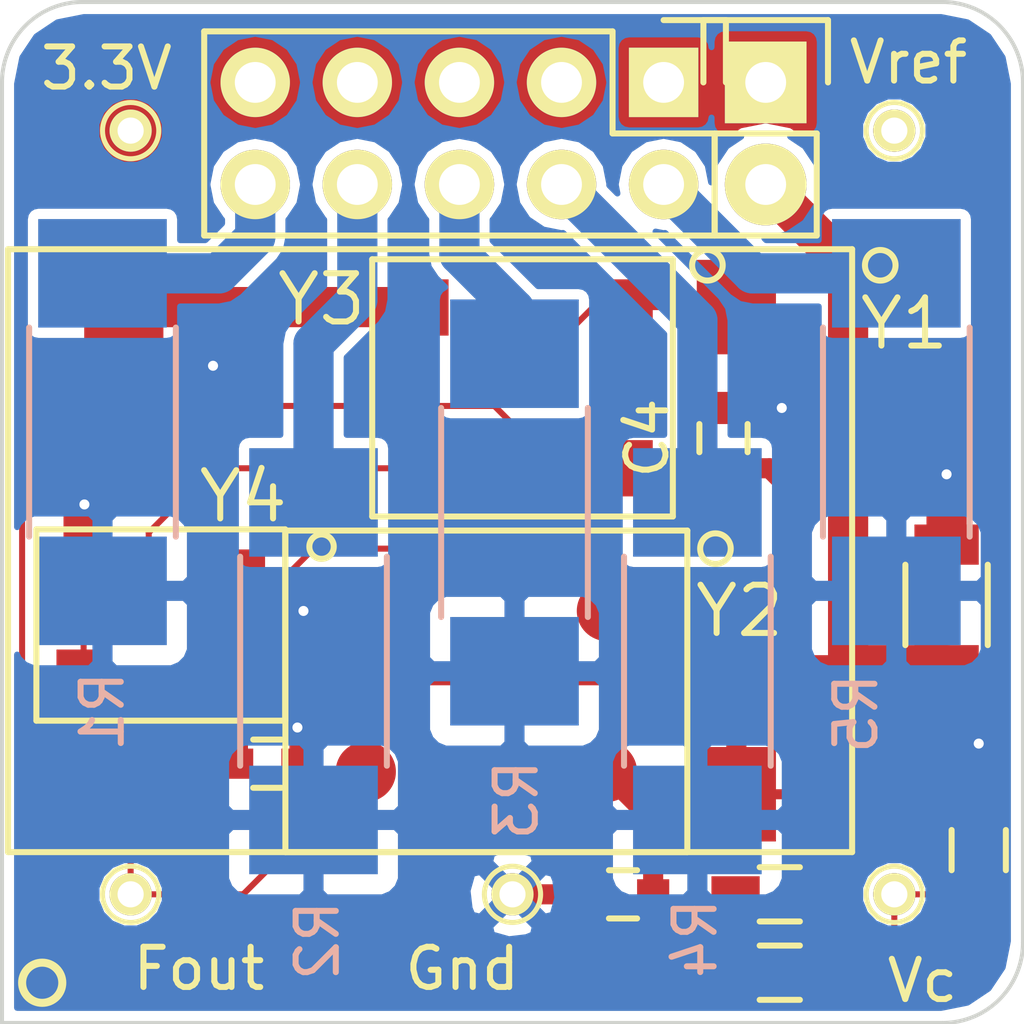
<source format=kicad_pcb>
(kicad_pcb (version 4) (host pcbnew 4.0.2-stable)

  (general
    (links 45)
    (no_connects 0)
    (area 99.924999 74.549999 126.725 101.05)
    (thickness 1.6)
    (drawings 13)
    (tracks 98)
    (zones 0)
    (modules 23)
    (nets 13)
  )

  (page A4)
  (layers
    (0 F.Cu signal)
    (31 B.Cu signal)
    (32 B.Adhes user hide)
    (33 F.Adhes user)
    (34 B.Paste user hide)
    (35 F.Paste user)
    (36 B.SilkS user hide)
    (37 F.SilkS user)
    (38 B.Mask user hide)
    (39 F.Mask user)
    (40 Dwgs.User user)
    (41 Cmts.User user)
    (42 Eco1.User user)
    (43 Eco2.User user)
    (44 Edge.Cuts user)
    (45 Margin user)
    (46 B.CrtYd user hide)
    (47 F.CrtYd user)
    (48 B.Fab user hide)
    (49 F.Fab user)
  )

  (setup
    (last_trace_width 1)
    (user_trace_width 0.15)
    (user_trace_width 0.2)
    (user_trace_width 0.25)
    (user_trace_width 0.4)
    (user_trace_width 0.5)
    (user_trace_width 1)
    (user_trace_width 1.52)
    (trace_clearance 0.15)
    (zone_clearance 0.25)
    (zone_45_only no)
    (trace_min 0.15)
    (segment_width 0.2)
    (edge_width 0.1)
    (via_size 0.6)
    (via_drill 0.25)
    (via_min_size 0.6)
    (via_min_drill 0.25)
    (user_via 0.7 0.3)
    (user_via 0.8 0.4)
    (user_via 1.2 0.6)
    (uvia_size 0.3)
    (uvia_drill 0.1)
    (uvias_allowed no)
    (uvia_min_size 0.2)
    (uvia_min_drill 0.1)
    (pcb_text_width 0.3)
    (pcb_text_size 1.5 1.5)
    (mod_edge_width 0.15)
    (mod_text_size 1 1)
    (mod_text_width 0.15)
    (pad_size 1.05 1.05)
    (pad_drill 0.65)
    (pad_to_mask_clearance 0)
    (aux_axis_origin 100 100)
    (visible_elements FFFFFF7F)
    (pcbplotparams
      (layerselection 0x00030_80000001)
      (usegerberextensions false)
      (excludeedgelayer true)
      (linewidth 0.100000)
      (plotframeref false)
      (viasonmask false)
      (mode 1)
      (useauxorigin false)
      (hpglpennumber 1)
      (hpglpenspeed 20)
      (hpglpendiameter 15)
      (hpglpenoverlay 2)
      (psnegative false)
      (psa4output false)
      (plotreference true)
      (plotvalue true)
      (plotinvisibletext false)
      (padsonsilk false)
      (subtractmaskfromsilk false)
      (outputformat 1)
      (mirror false)
      (drillshape 1)
      (scaleselection 1)
      (outputdirectory ""))
  )

  (net 0 "")
  (net 1 /Vdd)
  (net 2 /GND)
  (net 3 /V3P3)
  (net 4 /Fout)
  (net 5 "Net-(P3-Pad1)")
  (net 6 "Net-(P4-Pad1)")
  (net 7 "Net-(P6-Pad2)")
  (net 8 "Net-(P6-Pad4)")
  (net 9 "Net-(P6-Pad6)")
  (net 10 "Net-(P6-Pad8)")
  (net 11 "Net-(P6-Pad10)")
  (net 12 /Vc)

  (net_class Default "This is the default net class."
    (clearance 0.15)
    (trace_width 0.15)
    (via_dia 0.6)
    (via_drill 0.25)
    (uvia_dia 0.3)
    (uvia_drill 0.1)
    (add_net /Fout)
    (add_net /GND)
    (add_net /V3P3)
    (add_net /Vc)
    (add_net /Vdd)
    (add_net "Net-(P3-Pad1)")
    (add_net "Net-(P4-Pad1)")
    (add_net "Net-(P6-Pad10)")
    (add_net "Net-(P6-Pad2)")
    (add_net "Net-(P6-Pad4)")
    (add_net "Net-(P6-Pad6)")
    (add_net "Net-(P6-Pad8)")
  )

  (module Pin_Headers:Pin_Header_Straight_1x02 locked (layer F.Cu) (tedit 57151505) (tstamp 56E81BED)
    (at 119 76.6)
    (descr "Through hole pin header")
    (tags "pin header")
    (path /557F292B)
    (fp_text reference JP1 (at 3.15 3.4 90) (layer F.SilkS) hide
      (effects (font (size 1 1) (thickness 0.1)))
    )
    (fp_text value JUMPER (at 0.1 1.45 90) (layer F.Fab) hide
      (effects (font (size 1 1) (thickness 0.15)))
    )
    (fp_line (start 1.27 1.27) (end 1.27 3.81) (layer F.SilkS) (width 0.15))
    (fp_line (start 1.55 -1.55) (end 1.55 0) (layer F.SilkS) (width 0.15))
    (fp_line (start -1.75 -1.75) (end -1.75 4.3) (layer F.CrtYd) (width 0.05))
    (fp_line (start 1.75 -1.75) (end 1.75 4.3) (layer F.CrtYd) (width 0.05))
    (fp_line (start -1.75 -1.75) (end 1.75 -1.75) (layer F.CrtYd) (width 0.05))
    (fp_line (start -1.75 4.3) (end 1.75 4.3) (layer F.CrtYd) (width 0.05))
    (fp_line (start 1.27 1.27) (end -1.27 1.27) (layer F.SilkS) (width 0.15))
    (fp_line (start -1.55 0) (end -1.55 -1.55) (layer F.SilkS) (width 0.15))
    (fp_line (start -1.55 -1.55) (end 1.55 -1.55) (layer F.SilkS) (width 0.15))
    (fp_line (start -1.27 1.27) (end -1.27 3.81) (layer F.SilkS) (width 0.15))
    (fp_line (start -1.27 3.81) (end 1.27 3.81) (layer F.SilkS) (width 0.15))
    (pad 1 thru_hole rect (at 0 0) (size 2.032 2.032) (drill 1.016) (layers *.Cu *.Mask F.SilkS)
      (net 3 /V3P3))
    (pad 2 thru_hole oval (at 0 2.54) (size 2.032 2.032) (drill 1.016) (layers *.Cu *.Mask F.SilkS)
      (net 1 /Vdd))
    (model Pin_Headers.3dshapes/Pin_Header_Straight_1x02.wrl
      (at (xyz 0 -0.05 0))
      (scale (xyz 1 1 1))
      (rotate (xyz 0 0 90))
    )
  )

  (module Pin_Headers:Pin_Header_Straight_2x05 locked (layer F.Cu) (tedit 57151515) (tstamp 56E81C14)
    (at 116.46 76.6 270)
    (descr "Through hole pin header")
    (tags "pin header")
    (path /557EFB4D)
    (fp_text reference P6 (at 4.95 0.01 360) (layer F.SilkS) hide
      (effects (font (size 1 1) (thickness 0.1)))
    )
    (fp_text value CONN_5X2 (at 5.05 5.15 360) (layer F.Fab) hide
      (effects (font (size 1 1) (thickness 0.15)))
    )
    (fp_line (start -1.75 -1.75) (end -1.75 11.95) (layer F.CrtYd) (width 0.05))
    (fp_line (start 4.3 -1.75) (end 4.3 11.95) (layer F.CrtYd) (width 0.05))
    (fp_line (start -1.75 -1.75) (end 4.3 -1.75) (layer F.CrtYd) (width 0.05))
    (fp_line (start -1.75 11.95) (end 4.3 11.95) (layer F.CrtYd) (width 0.05))
    (fp_line (start 3.81 -1.27) (end 3.81 11.43) (layer F.SilkS) (width 0.15))
    (fp_line (start 3.81 11.43) (end -1.27 11.43) (layer F.SilkS) (width 0.15))
    (fp_line (start -1.27 11.43) (end -1.27 1.27) (layer F.SilkS) (width 0.15))
    (fp_line (start 3.81 -1.27) (end 1.27 -1.27) (layer F.SilkS) (width 0.15))
    (fp_line (start 0 -1.55) (end -1.55 -1.55) (layer F.SilkS) (width 0.15))
    (fp_line (start 1.27 -1.27) (end 1.27 1.27) (layer F.SilkS) (width 0.15))
    (fp_line (start 1.27 1.27) (end -1.27 1.27) (layer F.SilkS) (width 0.15))
    (fp_line (start -1.55 -1.55) (end -1.55 0) (layer F.SilkS) (width 0.15))
    (pad 1 thru_hole rect (at 0 0 270) (size 1.7272 1.7272) (drill 1.016) (layers *.Cu *.Mask F.SilkS)
      (net 3 /V3P3))
    (pad 2 thru_hole oval (at 2.54 0 270) (size 1.7272 1.7272) (drill 1.016) (layers *.Cu *.Mask F.SilkS)
      (net 7 "Net-(P6-Pad2)"))
    (pad 3 thru_hole oval (at 0 2.54 270) (size 1.7272 1.7272) (drill 1.016) (layers *.Cu *.Mask F.SilkS)
      (net 3 /V3P3))
    (pad 4 thru_hole oval (at 2.54 2.54 270) (size 1.7272 1.7272) (drill 1.016) (layers *.Cu *.Mask F.SilkS)
      (net 8 "Net-(P6-Pad4)"))
    (pad 5 thru_hole oval (at 0 5.08 270) (size 1.7272 1.7272) (drill 1.016) (layers *.Cu *.Mask F.SilkS)
      (net 3 /V3P3))
    (pad 6 thru_hole oval (at 2.54 5.08 270) (size 1.7272 1.7272) (drill 1.016) (layers *.Cu *.Mask F.SilkS)
      (net 9 "Net-(P6-Pad6)"))
    (pad 7 thru_hole oval (at 0 7.62 270) (size 1.7272 1.7272) (drill 1.016) (layers *.Cu *.Mask F.SilkS)
      (net 3 /V3P3))
    (pad 8 thru_hole oval (at 2.54 7.62 270) (size 1.7272 1.7272) (drill 1.016) (layers *.Cu *.Mask F.SilkS)
      (net 10 "Net-(P6-Pad8)"))
    (pad 9 thru_hole oval (at 0 10.16 270) (size 1.7272 1.7272) (drill 1.016) (layers *.Cu *.Mask F.SilkS)
      (net 3 /V3P3))
    (pad 10 thru_hole oval (at 2.54 10.16 270) (size 1.7272 1.7272) (drill 1.016) (layers *.Cu *.Mask F.SilkS)
      (net 11 "Net-(P6-Pad10)"))
    (model Pin_Headers.3dshapes/Pin_Header_Straight_2x05.wrl
      (at (xyz 0.05 -0.2 0))
      (scale (xyz 1 1 1))
      (rotate (xyz 0 0 90))
    )
  )

  (module Resistors_SMD:R_2512_HandSoldering (layer B.Cu) (tedit 56EBCC54) (tstamp 56E81C1A)
    (at 102.5 85.3 270)
    (descr "Resistor SMD 2512, hand soldering")
    (tags "resistor 2512")
    (path /557EFBA9)
    (attr smd)
    (fp_text reference R1 (at 6.95 0 270) (layer B.SilkS)
      (effects (font (size 1 1) (thickness 0.15)) (justify mirror))
    )
    (fp_text value 10 (at 0 -3.1 270) (layer B.Fab) hide
      (effects (font (size 1 1) (thickness 0.15)) (justify mirror))
    )
    (fp_line (start -5.6 1.95) (end 5.6 1.95) (layer B.CrtYd) (width 0.05))
    (fp_line (start -5.6 -1.95) (end 5.6 -1.95) (layer B.CrtYd) (width 0.05))
    (fp_line (start -5.6 1.95) (end -5.6 -1.95) (layer B.CrtYd) (width 0.05))
    (fp_line (start 5.6 1.95) (end 5.6 -1.95) (layer B.CrtYd) (width 0.05))
    (fp_line (start 2.6 -1.825) (end -2.6 -1.825) (layer B.SilkS) (width 0.15))
    (fp_line (start -2.6 1.825) (end 2.6 1.825) (layer B.SilkS) (width 0.15))
    (pad 1 smd rect (at -3.95 0 270) (size 2.7 3.2) (layers B.Cu B.Paste B.Mask)
      (net 11 "Net-(P6-Pad10)"))
    (pad 2 smd rect (at 3.95 0 270) (size 2.7 3.2) (layers B.Cu B.Paste B.Mask)
      (net 2 /GND))
    (model Resistors_SMD.3dshapes/R_2512_HandSoldering.wrl
      (at (xyz 0 0 0))
      (scale (xyz 1 1 1))
      (rotate (xyz 0 0 0))
    )
  )

  (module Resistors_SMD:R_2512_HandSoldering (layer B.Cu) (tedit 56EBCC59) (tstamp 56E81C20)
    (at 107.75 91 270)
    (descr "Resistor SMD 2512, hand soldering")
    (tags "resistor 2512")
    (path /557EFC54)
    (attr smd)
    (fp_text reference R2 (at 6.95 -0.1 270) (layer B.SilkS)
      (effects (font (size 1 1) (thickness 0.15)) (justify mirror))
    )
    (fp_text value 10 (at 0 -3.1 270) (layer B.Fab) hide
      (effects (font (size 1 1) (thickness 0.15)) (justify mirror))
    )
    (fp_line (start -5.6 1.95) (end 5.6 1.95) (layer B.CrtYd) (width 0.05))
    (fp_line (start -5.6 -1.95) (end 5.6 -1.95) (layer B.CrtYd) (width 0.05))
    (fp_line (start -5.6 1.95) (end -5.6 -1.95) (layer B.CrtYd) (width 0.05))
    (fp_line (start 5.6 1.95) (end 5.6 -1.95) (layer B.CrtYd) (width 0.05))
    (fp_line (start 2.6 -1.825) (end -2.6 -1.825) (layer B.SilkS) (width 0.15))
    (fp_line (start -2.6 1.825) (end 2.6 1.825) (layer B.SilkS) (width 0.15))
    (pad 1 smd rect (at -3.95 0 270) (size 2.7 3.2) (layers B.Cu B.Paste B.Mask)
      (net 10 "Net-(P6-Pad8)"))
    (pad 2 smd rect (at 3.95 0 270) (size 2.7 3.2) (layers B.Cu B.Paste B.Mask)
      (net 2 /GND))
    (model Resistors_SMD.3dshapes/R_2512_HandSoldering.wrl
      (at (xyz 0 0 0))
      (scale (xyz 1 1 1))
      (rotate (xyz 0 0 0))
    )
  )

  (module Resistors_SMD:R_2512_HandSoldering (layer B.Cu) (tedit 56EBCC60) (tstamp 56E81C26)
    (at 112.75 87.3 270)
    (descr "Resistor SMD 2512, hand soldering")
    (tags "resistor 2512")
    (path /557EFCC8)
    (attr smd)
    (fp_text reference R3 (at 7.15 -0.05 270) (layer B.SilkS)
      (effects (font (size 1 1) (thickness 0.15)) (justify mirror))
    )
    (fp_text value 10 (at 0 -3.1 270) (layer B.Fab) hide
      (effects (font (size 1 1) (thickness 0.15)) (justify mirror))
    )
    (fp_line (start -5.6 1.95) (end 5.6 1.95) (layer B.CrtYd) (width 0.05))
    (fp_line (start -5.6 -1.95) (end 5.6 -1.95) (layer B.CrtYd) (width 0.05))
    (fp_line (start -5.6 1.95) (end -5.6 -1.95) (layer B.CrtYd) (width 0.05))
    (fp_line (start 5.6 1.95) (end 5.6 -1.95) (layer B.CrtYd) (width 0.05))
    (fp_line (start 2.6 -1.825) (end -2.6 -1.825) (layer B.SilkS) (width 0.15))
    (fp_line (start -2.6 1.825) (end 2.6 1.825) (layer B.SilkS) (width 0.15))
    (pad 1 smd rect (at -3.95 0 270) (size 2.7 3.2) (layers B.Cu B.Paste B.Mask)
      (net 9 "Net-(P6-Pad6)"))
    (pad 2 smd rect (at 3.95 0 270) (size 2.7 3.2) (layers B.Cu B.Paste B.Mask)
      (net 2 /GND))
    (model Resistors_SMD.3dshapes/R_2512_HandSoldering.wrl
      (at (xyz 0 0 0))
      (scale (xyz 1 1 1))
      (rotate (xyz 0 0 0))
    )
  )

  (module Resistors_SMD:R_2512_HandSoldering (layer B.Cu) (tedit 56EBCCBE) (tstamp 56E81C2C)
    (at 117.3 91 270)
    (descr "Resistor SMD 2512, hand soldering")
    (tags "resistor 2512")
    (path /557EFD0B)
    (attr smd)
    (fp_text reference R4 (at 6.9 0.05 270) (layer B.SilkS)
      (effects (font (size 1 1) (thickness 0.15)) (justify mirror))
    )
    (fp_text value 10 (at 0 -3.1 270) (layer B.Fab) hide
      (effects (font (size 1 1) (thickness 0.15)) (justify mirror))
    )
    (fp_line (start -5.6 1.95) (end 5.6 1.95) (layer B.CrtYd) (width 0.05))
    (fp_line (start -5.6 -1.95) (end 5.6 -1.95) (layer B.CrtYd) (width 0.05))
    (fp_line (start -5.6 1.95) (end -5.6 -1.95) (layer B.CrtYd) (width 0.05))
    (fp_line (start 5.6 1.95) (end 5.6 -1.95) (layer B.CrtYd) (width 0.05))
    (fp_line (start 2.6 -1.825) (end -2.6 -1.825) (layer B.SilkS) (width 0.15))
    (fp_line (start -2.6 1.825) (end 2.6 1.825) (layer B.SilkS) (width 0.15))
    (pad 1 smd rect (at -3.95 0 270) (size 2.7 3.2) (layers B.Cu B.Paste B.Mask)
      (net 8 "Net-(P6-Pad4)"))
    (pad 2 smd rect (at 3.95 0 270) (size 2.7 3.2) (layers B.Cu B.Paste B.Mask)
      (net 2 /GND))
    (model Resistors_SMD.3dshapes/R_2512_HandSoldering.wrl
      (at (xyz 0 0 0))
      (scale (xyz 1 1 1))
      (rotate (xyz 0 0 0))
    )
  )

  (module Resistors_SMD:R_2512_HandSoldering (layer B.Cu) (tedit 56EBCCBA) (tstamp 56E81C32)
    (at 122.25 85.3 270)
    (descr "Resistor SMD 2512, hand soldering")
    (tags "resistor 2512")
    (path /557EFD39)
    (attr smd)
    (fp_text reference R5 (at 7 1 270) (layer B.SilkS)
      (effects (font (size 1 1) (thickness 0.15)) (justify mirror))
    )
    (fp_text value 10 (at 0 -3.1 270) (layer B.Fab) hide
      (effects (font (size 1 1) (thickness 0.15)) (justify mirror))
    )
    (fp_line (start -5.6 1.95) (end 5.6 1.95) (layer B.CrtYd) (width 0.05))
    (fp_line (start -5.6 -1.95) (end 5.6 -1.95) (layer B.CrtYd) (width 0.05))
    (fp_line (start -5.6 1.95) (end -5.6 -1.95) (layer B.CrtYd) (width 0.05))
    (fp_line (start 5.6 1.95) (end 5.6 -1.95) (layer B.CrtYd) (width 0.05))
    (fp_line (start 2.6 -1.825) (end -2.6 -1.825) (layer B.SilkS) (width 0.15))
    (fp_line (start -2.6 1.825) (end 2.6 1.825) (layer B.SilkS) (width 0.15))
    (pad 1 smd rect (at -3.95 0 270) (size 2.7 3.2) (layers B.Cu B.Paste B.Mask)
      (net 7 "Net-(P6-Pad2)"))
    (pad 2 smd rect (at 3.95 0 270) (size 2.7 3.2) (layers B.Cu B.Paste B.Mask)
      (net 2 /GND))
    (model Resistors_SMD.3dshapes/R_2512_HandSoldering.wrl
      (at (xyz 0 0 0))
      (scale (xyz 1 1 1))
      (rotate (xyz 0 0 0))
    )
  )

  (module Resistors_SMD:R_0603_HandSoldering (layer F.Cu) (tedit 57151586) (tstamp 56E81C38)
    (at 124.3 95.7 270)
    (descr "Resistor SMD 0603, hand soldering")
    (tags "resistor 0603")
    (path /56409E4E)
    (attr smd)
    (fp_text reference R6 (at -1.1 1.6 270) (layer F.SilkS) hide
      (effects (font (size 1 1) (thickness 0.1)))
    )
    (fp_text value 10k (at 0 1.9 270) (layer F.Fab) hide
      (effects (font (size 1 1) (thickness 0.15)))
    )
    (fp_line (start -2 -0.8) (end 2 -0.8) (layer F.CrtYd) (width 0.05))
    (fp_line (start -2 0.8) (end 2 0.8) (layer F.CrtYd) (width 0.05))
    (fp_line (start -2 -0.8) (end -2 0.8) (layer F.CrtYd) (width 0.05))
    (fp_line (start 2 -0.8) (end 2 0.8) (layer F.CrtYd) (width 0.05))
    (fp_line (start 0.5 0.675) (end -0.5 0.675) (layer F.SilkS) (width 0.15))
    (fp_line (start -0.5 -0.675) (end 0.5 -0.675) (layer F.SilkS) (width 0.15))
    (pad 1 smd rect (at -1.1 0 270) (size 1.2 0.9) (layers F.Cu F.Paste F.Mask)
      (net 2 /GND))
    (pad 2 smd rect (at 1.1 0 270) (size 1.2 0.9) (layers F.Cu F.Paste F.Mask)
      (net 5 "Net-(P3-Pad1)"))
    (model Resistors_SMD.3dshapes/R_0603_HandSoldering.wrl
      (at (xyz 0 0 0))
      (scale (xyz 1 1 1))
      (rotate (xyz 0 0 0))
    )
  )

  (module Resistors_SMD:R_0603_HandSoldering (layer F.Cu) (tedit 5715157A) (tstamp 56E81C3E)
    (at 119.35 96.8)
    (descr "Resistor SMD 0603, hand soldering")
    (tags "resistor 0603")
    (path /55F80C8B)
    (attr smd)
    (fp_text reference R7 (at -0.95 -1.45) (layer F.SilkS) hide
      (effects (font (size 1 1) (thickness 0.1)))
    )
    (fp_text value 10k (at 0 1.9) (layer F.Fab) hide
      (effects (font (size 1 1) (thickness 0.15)))
    )
    (fp_line (start -2 -0.8) (end 2 -0.8) (layer F.CrtYd) (width 0.05))
    (fp_line (start -2 0.8) (end 2 0.8) (layer F.CrtYd) (width 0.05))
    (fp_line (start -2 -0.8) (end -2 0.8) (layer F.CrtYd) (width 0.05))
    (fp_line (start 2 -0.8) (end 2 0.8) (layer F.CrtYd) (width 0.05))
    (fp_line (start 0.5 0.675) (end -0.5 0.675) (layer F.SilkS) (width 0.15))
    (fp_line (start -0.5 -0.675) (end 0.5 -0.675) (layer F.SilkS) (width 0.15))
    (pad 1 smd rect (at -1.1 0) (size 1.2 0.9) (layers F.Cu F.Paste F.Mask)
      (net 12 /Vc))
    (pad 2 smd rect (at 1.1 0) (size 1.2 0.9) (layers F.Cu F.Paste F.Mask)
      (net 1 /Vdd))
    (model Resistors_SMD.3dshapes/R_0603_HandSoldering.wrl
      (at (xyz 0 0 0))
      (scale (xyz 1 1 1))
      (rotate (xyz 0 0 0))
    )
  )

  (module Resistors_SMD:R_0603_HandSoldering (layer F.Cu) (tedit 57151582) (tstamp 56E81C44)
    (at 119.35 98.75 180)
    (descr "Resistor SMD 0603, hand soldering")
    (tags "resistor 0603")
    (path /56E0C2C0)
    (attr smd)
    (fp_text reference R8 (at 0.75 -1.4 180) (layer F.SilkS) hide
      (effects (font (size 1 1) (thickness 0.1)))
    )
    (fp_text value 0 (at 0 1.9 180) (layer F.Fab) hide
      (effects (font (size 1 1) (thickness 0.15)))
    )
    (fp_line (start -2 -0.8) (end 2 -0.8) (layer F.CrtYd) (width 0.05))
    (fp_line (start -2 0.8) (end 2 0.8) (layer F.CrtYd) (width 0.05))
    (fp_line (start -2 -0.8) (end -2 0.8) (layer F.CrtYd) (width 0.05))
    (fp_line (start 2 -0.8) (end 2 0.8) (layer F.CrtYd) (width 0.05))
    (fp_line (start 0.5 0.675) (end -0.5 0.675) (layer F.SilkS) (width 0.15))
    (fp_line (start -0.5 -0.675) (end 0.5 -0.675) (layer F.SilkS) (width 0.15))
    (pad 1 smd rect (at -1.1 0 180) (size 1.2 0.9) (layers F.Cu F.Paste F.Mask)
      (net 5 "Net-(P3-Pad1)"))
    (pad 2 smd rect (at 1.1 0 180) (size 1.2 0.9) (layers F.Cu F.Paste F.Mask)
      (net 12 /Vc))
    (model Resistors_SMD.3dshapes/R_0603_HandSoldering.wrl
      (at (xyz 0 0 0))
      (scale (xyz 1 1 1))
      (rotate (xyz 0 0 0))
    )
  )

  (module footprints:1pin locked (layer F.Cu) (tedit 571513DB) (tstamp 56E97523)
    (at 103.2 96.8)
    (descr "module 1 pin (ou trou mecanique de percage)")
    (tags DEV)
    (path /557EFAF6)
    (fp_text reference P1 (at 0 1.9) (layer F.SilkS) hide
      (effects (font (size 1 1) (thickness 0.1)))
    )
    (fp_text value CONN_1 (at 0 2.794) (layer F.Fab) hide
      (effects (font (size 1 1) (thickness 0.15)))
    )
    (fp_circle (center 0 0) (end 0 0.7) (layer F.SilkS) (width 0.125))
    (pad 1 thru_hole circle (at 0 0) (size 1.05 1.05) (drill 0.65) (layers *.Cu *.Mask F.SilkS)
      (net 4 /Fout))
  )

  (module footprints:1pin (layer F.Cu) (tedit 5715142F) (tstamp 56E97527)
    (at 112.7 96.8)
    (descr "module 1 pin (ou trou mecanique de percage)")
    (tags DEV)
    (path /557EFADA)
    (fp_text reference P2 (at -0.15 1.9) (layer F.SilkS) hide
      (effects (font (size 1 1) (thickness 0.1)))
    )
    (fp_text value CONN_1 (at 0 2.794) (layer F.Fab) hide
      (effects (font (size 1 1) (thickness 0.15)))
    )
    (fp_circle (center 0 0) (end 0 0.7) (layer F.SilkS) (width 0.125))
    (pad 1 thru_hole circle (at 0 0) (size 1.05 1.05) (drill 0.65) (layers *.Cu *.Mask F.SilkS)
      (net 2 /GND))
  )

  (module footprints:1pin locked (layer F.Cu) (tedit 57151451) (tstamp 56E9752B)
    (at 122.2 96.8)
    (descr "module 1 pin (ou trou mecanique de percage)")
    (tags DEV)
    (path /557EFB35)
    (fp_text reference P3 (at -1.25 0.05) (layer F.SilkS) hide
      (effects (font (size 1 1) (thickness 0.1)))
    )
    (fp_text value CONN_1 (at 0 2.794) (layer F.Fab) hide
      (effects (font (size 1 1) (thickness 0.15)))
    )
    (fp_circle (center 0 0) (end 0 0.7) (layer F.SilkS) (width 0.125))
    (pad 1 thru_hole circle (at 0 0) (size 1.05 1.05) (drill 0.65) (layers *.Cu *.Mask F.SilkS)
      (net 5 "Net-(P3-Pad1)"))
  )

  (module footprints:1pin locked (layer F.Cu) (tedit 571514F3) (tstamp 56E9752F)
    (at 122.2 77.8)
    (descr "module 1 pin (ou trou mecanique de percage)")
    (tags DEV)
    (path /5601594E)
    (fp_text reference P4 (at 0 -1.5) (layer F.SilkS) hide
      (effects (font (size 1 1) (thickness 0.1)))
    )
    (fp_text value CONN_1 (at 0 2.794) (layer F.Fab) hide
      (effects (font (size 1 1) (thickness 0.15)))
    )
    (fp_circle (center 0 0) (end 0 0.7) (layer F.SilkS) (width 0.125))
    (pad 1 thru_hole circle (at 0 0) (size 1.05 1.05) (drill 0.65) (layers *.Cu *.Mask F.SilkS)
      (net 6 "Net-(P4-Pad1)"))
  )

  (module footprints:1pin locked (layer F.Cu) (tedit 571515EE) (tstamp 56E97533)
    (at 103.2 77.8)
    (descr "module 1 pin (ou trou mecanique de percage)")
    (tags DEV)
    (path /557EF949)
    (fp_text reference P5 (at 0 -1.5) (layer F.SilkS) hide
      (effects (font (size 1 1) (thickness 0.1)))
    )
    (fp_text value CONN_1 (at 0 2.794) (layer F.Fab) hide
      (effects (font (size 1 1) (thickness 0.15)))
    )
    (fp_circle (center 0 0) (end 0 0.7) (layer F.SilkS) (width 0.125))
    (pad 1 thru_hole circle (at 0 0) (size 1.05 1.05) (drill 0.65) (layers *.Cu *.Mask F.SilkS)
      (net 3 /V3P3))
  )

  (module footprints:OSC5032 (layer F.Cu) (tedit 57151544) (tstamp 57028696)
    (at 103.95 90.1 180)
    (path /5700CE49)
    (fp_text reference Y4 (at -2.05 3.2 360) (layer F.SilkS)
      (effects (font (size 1.2 1.2) (thickness 0.15)))
    )
    (fp_text value M100 (at 0 0 180) (layer F.Fab)
      (effects (font (size 1.2 1.2) (thickness 0.15)))
    )
    (fp_circle (center -4 1.95) (end -3.7 2) (layer F.SilkS) (width 0.15))
    (fp_line (start -3.095 -2.38) (end -3.095 2.38) (layer F.SilkS) (width 0.15))
    (fp_line (start -3.095 2.38) (end 3.095 2.38) (layer F.SilkS) (width 0.15))
    (fp_line (start 3.095 2.38) (end 3.095 -2.38) (layer F.SilkS) (width 0.15))
    (fp_line (start 3.095 -2.38) (end -3.095 -2.38) (layer F.SilkS) (width 0.15))
    (pad 4 smd rect (at -1.92 -1.245 180) (size 1.35 1.27) (layers F.Cu F.Paste F.Mask)
      (net 1 /Vdd))
    (pad 1 smd rect (at -1.92 1.245 180) (size 1.35 1.27) (layers F.Cu F.Paste F.Mask)
      (net 12 /Vc))
    (pad 3 smd rect (at 1.92 -1.245 180) (size 1.35 1.27) (layers F.Cu F.Paste F.Mask)
      (net 4 /Fout))
    (pad 2 smd rect (at 1.92 1.245 180) (size 1.35 1.27) (layers F.Cu F.Paste F.Mask)
      (net 2 /GND))
  )

  (module footprints:OSC7050 (layer F.Cu) (tedit 57151521) (tstamp 570383A0)
    (at 112.95 84.2 180)
    (path /55F810F8)
    (fp_text reference Y3 (at 5 2.2 360) (layer F.SilkS)
      (effects (font (size 1.2 1.2) (thickness 0.15)))
    )
    (fp_text value AST3TQ-28 (at 0 0 180) (layer F.Fab)
      (effects (font (size 1.2 1.2) (thickness 0.15)))
    )
    (fp_circle (center -4.6 3.05) (end -4.25 3.2) (layer F.SilkS) (width 0.15))
    (fp_line (start -3.74 -3.2) (end -3.74 3.2) (layer F.SilkS) (width 0.15))
    (fp_line (start -3.74 3.2) (end 3.74 3.2) (layer F.SilkS) (width 0.15))
    (fp_line (start 3.74 3.2) (end 3.74 -3.2) (layer F.SilkS) (width 0.15))
    (fp_line (start 3.74 -3.2) (end -3.74 -3.2) (layer F.SilkS) (width 0.15))
    (pad 4 smd rect (at -2.54 -2 180) (size 1.4 1.4) (layers F.Cu F.Paste F.Mask)
      (net 1 /Vdd))
    (pad 1 smd rect (at -2.54 2 180) (size 1.4 1.4) (layers F.Cu F.Paste F.Mask)
      (net 12 /Vc))
    (pad 3 smd rect (at 2.54 -2 180) (size 1.4 1.4) (layers F.Cu F.Paste F.Mask)
      (net 4 /Fout))
    (pad 2 smd rect (at 2.54 2 180) (size 1.4 1.4) (layers F.Cu F.Paste F.Mask)
      (net 2 /GND))
  )

  (module footprints:OSC-ASOF3S3 (layer F.Cu) (tedit 5715155B) (tstamp 5711E846)
    (at 110.65 88.25 180)
    (path /55F810A1)
    (fp_text reference Y1 (at -11.8 5.65 360) (layer F.SilkS)
      (effects (font (size 1.2 1.2) (thickness 0.15)))
    )
    (fp_text value ASOF3S3 (at 0 0 180) (layer F.Fab)
      (effects (font (size 1.2 1.2) (thickness 0.15)))
    )
    (fp_circle (center -11.2 7.1) (end -10.85 7.25) (layer F.SilkS) (width 0.15))
    (fp_line (start -10.5 -7.5) (end -10.5 7.5) (layer F.SilkS) (width 0.15))
    (fp_line (start -10.5 7.5) (end 10.5 7.5) (layer F.SilkS) (width 0.15))
    (fp_line (start 10.5 7.5) (end 10.5 -7.5) (layer F.SilkS) (width 0.15))
    (fp_line (start 10.5 -7.5) (end -10.5 -7.5) (layer F.SilkS) (width 0.15))
    (pad 14 smd rect (at -7.62 -6.06 180) (size 1.97 2.35) (layers F.Cu F.Paste F.Mask)
      (net 1 /Vdd))
    (pad 1 smd rect (at -7.62 6.06 180) (size 1.97 2.35) (layers F.Cu F.Paste F.Mask)
      (net 12 /Vc))
    (pad 8 smd rect (at 7.62 -6.06 180) (size 1.97 2.35) (layers F.Cu F.Paste F.Mask)
      (net 4 /Fout))
    (pad 7 smd rect (at 7.62 6.06 180) (size 1.97 2.35) (layers F.Cu F.Paste F.Mask)
      (net 2 /GND))
  )

  (module footprints:OSC-AOCJYR-SMT (layer F.Cu) (tedit 5715154D) (tstamp 5711E853)
    (at 112.05 91.75 180)
    (path /55F80A1A)
    (fp_text reference Y2 (at -6.3 2 180) (layer F.SilkS)
      (effects (font (size 1.2 1.2) (thickness 0.15)))
    )
    (fp_text value AOCJYR (at 0 0 180) (layer F.Fab)
      (effects (font (size 1.2 1.2) (thickness 0.15)))
    )
    (fp_circle (center -5.7 3.55) (end -5.35 3.7) (layer F.SilkS) (width 0.15))
    (fp_line (start -5 -4) (end -5 4) (layer F.SilkS) (width 0.15))
    (fp_line (start -5 4) (end 5 4) (layer F.SilkS) (width 0.15))
    (fp_line (start 5 4) (end 5 -4) (layer F.SilkS) (width 0.15))
    (fp_line (start 5 -4) (end -5 -4) (layer F.SilkS) (width 0.15))
    (pad 4 smd circle (at -3 -2 180) (size 1.5 1.5) (layers F.Cu F.Paste F.Mask)
      (net 1 /Vdd))
    (pad 1 smd circle (at -3 2 180) (size 1.5 1.5) (layers F.Cu F.Paste F.Mask)
      (net 12 /Vc))
    (pad 3 smd circle (at 3 -2 180) (size 1.5 1.5) (layers F.Cu F.Paste F.Mask)
      (net 4 /Fout))
    (pad 2 smd circle (at 3 2 180) (size 1.5 1.5) (layers F.Cu F.Paste F.Mask)
      (net 2 /GND))
  )

  (module Capacitors_SMD:C_1206 (layer F.Cu) (tedit 571515E5) (tstamp 5711EDDF)
    (at 123.5 89.6 90)
    (descr "Capacitor SMD 1206, reflow soldering, AVX (see smccp.pdf)")
    (tags "capacitor 1206")
    (path /55F80AD1)
    (attr smd)
    (fp_text reference C1 (at 3.35 -0.05 90) (layer F.SilkS) hide
      (effects (font (size 1 1) (thickness 0.15)))
    )
    (fp_text value 10uF (at 0 2.3 90) (layer F.Fab) hide
      (effects (font (size 1 1) (thickness 0.15)))
    )
    (fp_line (start -2.3 -1.15) (end 2.3 -1.15) (layer F.CrtYd) (width 0.05))
    (fp_line (start -2.3 1.15) (end 2.3 1.15) (layer F.CrtYd) (width 0.05))
    (fp_line (start -2.3 -1.15) (end -2.3 1.15) (layer F.CrtYd) (width 0.05))
    (fp_line (start 2.3 -1.15) (end 2.3 1.15) (layer F.CrtYd) (width 0.05))
    (fp_line (start 1 -1.025) (end -1 -1.025) (layer F.SilkS) (width 0.15))
    (fp_line (start -1 1.025) (end 1 1.025) (layer F.SilkS) (width 0.15))
    (pad 1 smd rect (at -1.5 0 90) (size 1 1.6) (layers F.Cu F.Paste F.Mask)
      (net 1 /Vdd))
    (pad 2 smd rect (at 1.5 0 90) (size 1 1.6) (layers F.Cu F.Paste F.Mask)
      (net 2 /GND))
    (model Capacitors_SMD.3dshapes/C_1206.wrl
      (at (xyz 0 0 0))
      (scale (xyz 1 1 1))
      (rotate (xyz 0 0 0))
    )
  )

  (module Capacitors_SMD:C_0603 (layer F.Cu) (tedit 57151699) (tstamp 5711EDE5)
    (at 115.45 96.8 180)
    (descr "Capacitor SMD 0603, reflow soldering, AVX (see smccp.pdf)")
    (tags "capacitor 0603")
    (path /557F00A8)
    (attr smd)
    (fp_text reference C2 (at 0 -1.9 180) (layer F.SilkS) hide
      (effects (font (size 1 1) (thickness 0.15)))
    )
    (fp_text value 0.1uF (at 0 1.9 180) (layer F.Fab) hide
      (effects (font (size 1 1) (thickness 0.15)))
    )
    (fp_line (start -1.45 -0.75) (end 1.45 -0.75) (layer F.CrtYd) (width 0.05))
    (fp_line (start -1.45 0.75) (end 1.45 0.75) (layer F.CrtYd) (width 0.05))
    (fp_line (start -1.45 -0.75) (end -1.45 0.75) (layer F.CrtYd) (width 0.05))
    (fp_line (start 1.45 -0.75) (end 1.45 0.75) (layer F.CrtYd) (width 0.05))
    (fp_line (start -0.35 -0.6) (end 0.35 -0.6) (layer F.SilkS) (width 0.15))
    (fp_line (start 0.35 0.6) (end -0.35 0.6) (layer F.SilkS) (width 0.15))
    (pad 1 smd rect (at -0.75 0 180) (size 0.8 0.75) (layers F.Cu F.Paste F.Mask)
      (net 1 /Vdd))
    (pad 2 smd rect (at 0.75 0 180) (size 0.8 0.75) (layers F.Cu F.Paste F.Mask)
      (net 2 /GND))
    (model Capacitors_SMD.3dshapes/C_0603.wrl
      (at (xyz 0 0 0))
      (scale (xyz 1 1 1))
      (rotate (xyz 0 0 0))
    )
  )

  (module Capacitors_SMD:C_0603 (layer F.Cu) (tedit 571516A0) (tstamp 5711EDEB)
    (at 106.6 93.55)
    (descr "Capacitor SMD 0603, reflow soldering, AVX (see smccp.pdf)")
    (tags "capacitor 0603")
    (path /5711F01E)
    (attr smd)
    (fp_text reference C3 (at -0.9 1.5) (layer F.SilkS) hide
      (effects (font (size 1 1) (thickness 0.15)))
    )
    (fp_text value 0.1uF (at 0 1.9) (layer F.Fab) hide
      (effects (font (size 1 1) (thickness 0.15)))
    )
    (fp_line (start -1.45 -0.75) (end 1.45 -0.75) (layer F.CrtYd) (width 0.05))
    (fp_line (start -1.45 0.75) (end 1.45 0.75) (layer F.CrtYd) (width 0.05))
    (fp_line (start -1.45 -0.75) (end -1.45 0.75) (layer F.CrtYd) (width 0.05))
    (fp_line (start 1.45 -0.75) (end 1.45 0.75) (layer F.CrtYd) (width 0.05))
    (fp_line (start -0.35 -0.6) (end 0.35 -0.6) (layer F.SilkS) (width 0.15))
    (fp_line (start 0.35 0.6) (end -0.35 0.6) (layer F.SilkS) (width 0.15))
    (pad 1 smd rect (at -0.75 0) (size 0.8 0.75) (layers F.Cu F.Paste F.Mask)
      (net 1 /Vdd))
    (pad 2 smd rect (at 0.75 0) (size 0.8 0.75) (layers F.Cu F.Paste F.Mask)
      (net 2 /GND))
    (model Capacitors_SMD.3dshapes/C_0603.wrl
      (at (xyz 0 0 0))
      (scale (xyz 1 1 1))
      (rotate (xyz 0 0 0))
    )
  )

  (module Capacitors_SMD:C_0603 (layer F.Cu) (tedit 5715168A) (tstamp 5711F5A7)
    (at 117.95 85.45 90)
    (descr "Capacitor SMD 0603, reflow soldering, AVX (see smccp.pdf)")
    (tags "capacitor 0603")
    (path /5711F6C8)
    (attr smd)
    (fp_text reference C4 (at 0 -1.9 90) (layer F.SilkS)
      (effects (font (size 1 1) (thickness 0.15)))
    )
    (fp_text value 0.1uF (at 0 1.9 90) (layer F.Fab) hide
      (effects (font (size 1 1) (thickness 0.15)))
    )
    (fp_line (start -1.45 -0.75) (end 1.45 -0.75) (layer F.CrtYd) (width 0.05))
    (fp_line (start -1.45 0.75) (end 1.45 0.75) (layer F.CrtYd) (width 0.05))
    (fp_line (start -1.45 -0.75) (end -1.45 0.75) (layer F.CrtYd) (width 0.05))
    (fp_line (start 1.45 -0.75) (end 1.45 0.75) (layer F.CrtYd) (width 0.05))
    (fp_line (start -0.35 -0.6) (end 0.35 -0.6) (layer F.SilkS) (width 0.15))
    (fp_line (start 0.35 0.6) (end -0.35 0.6) (layer F.SilkS) (width 0.15))
    (pad 1 smd rect (at -0.75 0 90) (size 0.8 0.75) (layers F.Cu F.Paste F.Mask)
      (net 1 /Vdd))
    (pad 2 smd rect (at 0.75 0 90) (size 0.8 0.75) (layers F.Cu F.Paste F.Mask)
      (net 2 /GND))
    (model Capacitors_SMD.3dshapes/C_0603.wrl
      (at (xyz 0 0 0))
      (scale (xyz 1 1 1))
      (rotate (xyz 0 0 0))
    )
  )

  (gr_text Vref (at 122.55 76.1) (layer F.SilkS)
    (effects (font (size 1 1) (thickness 0.15)))
  )
  (gr_text 3.3V (at 102.6 76.25) (layer F.SilkS)
    (effects (font (size 1 1) (thickness 0.15)))
  )
  (gr_text Vc (at 122.9 98.95) (layer F.SilkS)
    (effects (font (size 1 1) (thickness 0.15)))
  )
  (gr_text Gnd (at 111.45 98.65) (layer F.SilkS)
    (effects (font (size 1 1) (thickness 0.15)))
  )
  (gr_text Fout (at 104.9 98.65) (layer F.SilkS)
    (effects (font (size 1 1) (thickness 0.15)))
  )
  (gr_circle (center 101 99) (end 101 99.5) (layer F.SilkS) (width 0.2))
  (gr_arc (start 123.4 98) (end 125.4 98) (angle 90) (layer Edge.Cuts) (width 0.1))
  (gr_arc (start 123.4 76.6) (end 123.4 74.6) (angle 90) (layer Edge.Cuts) (width 0.1))
  (gr_arc (start 102 76.6) (end 100 76.6) (angle 90) (layer Edge.Cuts) (width 0.1))
  (gr_line (start 100 76.6) (end 100 100) (angle 90) (layer Edge.Cuts) (width 0.1))
  (gr_line (start 123.4 74.6) (end 102 74.6) (angle 90) (layer Edge.Cuts) (width 0.1))
  (gr_line (start 125.4 98) (end 125.4 76.6) (angle 90) (layer Edge.Cuts) (width 0.1))
  (gr_line (start 100 100) (end 123.4 100) (angle 90) (layer Edge.Cuts) (width 0.1))

  (segment (start 120.45 96.8) (end 120.45 94.9) (width 0.25) (layer F.Cu) (net 1))
  (segment (start 119.86 94.31) (end 118.27 94.31) (width 0.25) (layer F.Cu) (net 1) (tstamp 5711F7C2))
  (segment (start 120.45 94.9) (end 119.86 94.31) (width 0.25) (layer F.Cu) (net 1) (tstamp 5711F7B6))
  (segment (start 117.95 86.2) (end 119.1 86.2) (width 0.5) (layer F.Cu) (net 1))
  (segment (start 119.7 91.1) (end 119.69 91.1) (width 0.5) (layer F.Cu) (net 1) (tstamp 5711F76B))
  (segment (start 119.7 86.8) (end 119.7 91.1) (width 0.5) (layer F.Cu) (net 1) (tstamp 5711F766))
  (segment (start 119.1 86.2) (end 119.7 86.8) (width 0.5) (layer F.Cu) (net 1) (tstamp 5711F754))
  (segment (start 123.5 91.1) (end 121 91.1) (width 1) (layer F.Cu) (net 1))
  (segment (start 121 91.1) (end 121.05 91.05) (width 1) (layer F.Cu) (net 1) (tstamp 5711F73D))
  (segment (start 119 79.14) (end 121.05 81.19) (width 1) (layer F.Cu) (net 1))
  (segment (start 121.05 91.05) (end 121 91.1) (width 1) (layer F.Cu) (net 1) (tstamp 5711F71C))
  (segment (start 121.05 81.19) (end 121.05 91.05) (width 1) (layer F.Cu) (net 1) (tstamp 5711F6FA))
  (segment (start 121 91.1) (end 119.69 91.1) (width 0.5) (layer F.Cu) (net 1) (tstamp 5711F737))
  (segment (start 119.69 91.1) (end 118.27 92.52) (width 0.5) (layer F.Cu) (net 1) (tstamp 5711F6E4))
  (segment (start 105.87 91.345) (end 105.875 91.35) (width 0.5) (layer F.Cu) (net 1))
  (segment (start 105.875 91.35) (end 117.1 91.35) (width 0.5) (layer F.Cu) (net 1) (tstamp 5711F6A4))
  (segment (start 118.27 92.52) (end 118.27 94.31) (width 0.5) (layer F.Cu) (net 1) (tstamp 5711F6D5))
  (segment (start 117.1 91.35) (end 118.27 92.52) (width 0.5) (layer F.Cu) (net 1) (tstamp 5711F6BE))
  (segment (start 105.85 93.55) (end 105.87 93.53) (width 0.5) (layer F.Cu) (net 1))
  (segment (start 105.87 93.53) (end 105.87 91.345) (width 0.5) (layer F.Cu) (net 1) (tstamp 5711F67B))
  (segment (start 115.49 86.2) (end 117.95 86.2) (width 0.4) (layer F.Cu) (net 1))
  (segment (start 119 79.14) (end 119 79.15) (width 1) (layer F.Cu) (net 1))
  (segment (start 115.05 93.75) (end 115.05 93.8) (width 0.5) (layer F.Cu) (net 1))
  (segment (start 115.05 93.8) (end 116.2 94.95) (width 0.5) (layer F.Cu) (net 1) (tstamp 5711F1C3))
  (segment (start 116.2 96.8) (end 116.2 94.95) (width 0.5) (layer F.Cu) (net 1))
  (segment (start 116.84 94.31) (end 118.27 94.31) (width 0.5) (layer F.Cu) (net 1) (tstamp 5711F1BD))
  (segment (start 116.2 94.95) (end 116.84 94.31) (width 0.5) (layer F.Cu) (net 1) (tstamp 5711F19D))
  (segment (start 123.5 88.1) (end 123.5 86.35) (width 1) (layer F.Cu) (net 2))
  (via (at 123.5 86.35) (size 0.6) (drill 0.25) (layers F.Cu B.Cu) (net 2))
  (segment (start 117.95 84.7) (end 119.4 84.7) (width 0.4) (layer F.Cu) (net 2))
  (via (at 119.4 84.7) (size 0.6) (drill 0.25) (layers F.Cu B.Cu) (net 2))
  (segment (start 109.05 89.75) (end 107.5 89.75) (width 1) (layer F.Cu) (net 2))
  (via (at 107.5 89.75) (size 0.6) (drill 0.25) (layers F.Cu B.Cu) (net 2))
  (segment (start 107.35 93.55) (end 107.35 92.65) (width 0.4) (layer F.Cu) (net 2))
  (via (at 107.35 92.65) (size 0.6) (drill 0.25) (layers F.Cu B.Cu) (net 2))
  (segment (start 102.03 88.855) (end 102.03 87.12) (width 1) (layer F.Cu) (net 2))
  (via (at 102.05 87.1) (size 0.6) (drill 0.25) (layers F.Cu B.Cu) (net 2))
  (segment (start 102.03 87.12) (end 102.05 87.1) (width 1) (layer F.Cu) (net 2) (tstamp 57133CCB))
  (segment (start 105.25 82.19) (end 105.25 83.65) (width 1) (layer F.Cu) (net 2))
  (via (at 105.25 83.65) (size 0.6) (drill 0.25) (layers F.Cu B.Cu) (net 2))
  (segment (start 103.03 82.19) (end 105.25 82.19) (width 1) (layer F.Cu) (net 2))
  (segment (start 105.25 82.19) (end 110.4 82.19) (width 1) (layer F.Cu) (net 2) (tstamp 57133C83))
  (segment (start 110.4 82.19) (end 110.41 82.2) (width 1) (layer F.Cu) (net 2) (tstamp 57133C47))
  (segment (start 124.3 94.6) (end 124.3 93.05) (width 0.5) (layer F.Cu) (net 2))
  (via (at 124.3 93.05) (size 0.6) (drill 0.25) (layers F.Cu B.Cu) (net 2))
  (segment (start 114.7 96.8) (end 112.7 96.8) (width 0.5) (layer F.Cu) (net 2))
  (segment (start 109.05 93.75) (end 106 96.8) (width 0.15) (layer F.Cu) (net 4))
  (segment (start 106 96.8) (end 103.2 96.8) (width 0.15) (layer F.Cu) (net 4) (tstamp 5711F16E))
  (segment (start 110.41 86.2) (end 105.25 86.2) (width 0.15) (layer F.Cu) (net 4))
  (segment (start 102.03 90.37) (end 102.03 91.345) (width 0.15) (layer F.Cu) (net 4) (tstamp 5711F152))
  (segment (start 102.3 90.1) (end 102.03 90.37) (width 0.15) (layer F.Cu) (net 4) (tstamp 5711F148))
  (segment (start 102.9 90.1) (end 102.3 90.1) (width 0.15) (layer F.Cu) (net 4) (tstamp 5711F13F))
  (segment (start 103.65 89.35) (end 102.9 90.1) (width 0.15) (layer F.Cu) (net 4) (tstamp 5711F13B))
  (segment (start 103.65 87.8) (end 103.65 89.35) (width 0.15) (layer F.Cu) (net 4) (tstamp 5711F133))
  (segment (start 105.25 86.2) (end 103.65 87.8) (width 0.15) (layer F.Cu) (net 4) (tstamp 5711F128))
  (segment (start 103.2 96.8) (end 103.2 94.48) (width 0.15) (layer F.Cu) (net 4))
  (segment (start 103.2 94.48) (end 103.35 94.33) (width 0.15) (layer F.Cu) (net 4) (tstamp 5711F0FE))
  (segment (start 103.35 94.33) (end 103.35 91.75) (width 0.15) (layer F.Cu) (net 4) (tstamp 5711F105))
  (segment (start 103.35 91.75) (end 102.945 91.345) (width 0.15) (layer F.Cu) (net 4) (tstamp 5711F10A))
  (segment (start 102.945 91.345) (end 102.03 91.345) (width 0.15) (layer F.Cu) (net 4) (tstamp 5711F115))
  (segment (start 103.2 94.48) (end 103.03 94.31) (width 0.15) (layer F.Cu) (net 4) (tstamp 5711EFA1))
  (segment (start 103.2 96.8) (end 103.2 96.95) (width 0.15) (layer F.Cu) (net 4) (tstamp 5711EF87))
  (segment (start 103.87 95.15) (end 103.1 94.38) (width 0.15) (layer F.Cu) (net 4) (tstamp 5711EF5E))
  (segment (start 120.45 98.75) (end 121.65 98.75) (width 0.15) (layer F.Cu) (net 5))
  (segment (start 122.2 98.2) (end 122.2 96.8) (width 0.15) (layer F.Cu) (net 5) (tstamp 5711F4F4))
  (segment (start 121.65 98.75) (end 122.2 98.2) (width 0.15) (layer F.Cu) (net 5) (tstamp 5711F4EF))
  (segment (start 124.3 96.8) (end 122.2 96.8) (width 0.15) (layer F.Cu) (net 5))
  (segment (start 122.25 81.35) (end 118.67 81.35) (width 1) (layer B.Cu) (net 7))
  (segment (start 118.67 81.35) (end 116.46 79.14) (width 1) (layer B.Cu) (net 7) (tstamp 56EB1411))
  (segment (start 117.3 87.05) (end 117.3 82.52) (width 1) (layer B.Cu) (net 8))
  (segment (start 117.3 82.52) (end 113.92 79.14) (width 1) (layer B.Cu) (net 8) (tstamp 56EB1404))
  (segment (start 112.75 83.35) (end 112.75 82.25) (width 1) (layer B.Cu) (net 9))
  (segment (start 112.75 82.25) (end 111.38 80.88) (width 1) (layer B.Cu) (net 9) (tstamp 56EB13FC))
  (segment (start 111.38 80.88) (end 111.38 79.14) (width 1) (layer B.Cu) (net 9) (tstamp 56EB13FE))
  (segment (start 107.75 87.05) (end 107.75 83.1) (width 1) (layer B.Cu) (net 10))
  (segment (start 108.84 82.01) (end 108.84 79.14) (width 1) (layer B.Cu) (net 10) (tstamp 56EB13F6))
  (segment (start 107.75 83.1) (end 108.84 82.01) (width 1) (layer B.Cu) (net 10) (tstamp 56EB13F2))
  (segment (start 102.5 81.35) (end 105.4 81.35) (width 1) (layer B.Cu) (net 11))
  (segment (start 106.3 80.45) (end 106.3 79.14) (width 1) (layer B.Cu) (net 11) (tstamp 56EB13E5))
  (segment (start 105.4 81.35) (end 106.3 80.45) (width 1) (layer B.Cu) (net 11) (tstamp 56EB13C3))
  (segment (start 118.27 82.19) (end 115.5 82.19) (width 0.15) (layer F.Cu) (net 12))
  (segment (start 115.5 82.19) (end 114.71 82.19) (width 0.15) (layer F.Cu) (net 12) (tstamp 5711F7FF))
  (segment (start 114.71 82.19) (end 112.25 84.65) (width 0.15) (layer F.Cu) (net 12) (tstamp 5711F80A))
  (segment (start 118.25 98.75) (end 102.5 98.75) (width 0.15) (layer F.Cu) (net 12))
  (segment (start 112.25 84.65) (end 113.5 85.9) (width 0.15) (layer F.Cu) (net 12) (tstamp 5711F52D))
  (segment (start 102.15 84.65) (end 112.25 84.65) (width 0.15) (layer F.Cu) (net 12) (tstamp 5711F51B))
  (segment (start 100.5 86.3) (end 102.15 84.65) (width 0.15) (layer F.Cu) (net 12) (tstamp 5711F518))
  (segment (start 100.5 96.75) (end 100.5 86.3) (width 0.15) (layer F.Cu) (net 12) (tstamp 5711F510))
  (segment (start 102.5 98.75) (end 100.5 96.75) (width 0.15) (layer F.Cu) (net 12) (tstamp 5711F506))
  (segment (start 118.25 96.8) (end 118.25 98.75) (width 0.15) (layer F.Cu) (net 12))
  (segment (start 115.05 89.75) (end 115.05 89.7) (width 0.15) (layer F.Cu) (net 12))
  (segment (start 115.05 89.7) (end 113.5 88.15) (width 0.15) (layer F.Cu) (net 12) (tstamp 5711F4CA))
  (segment (start 113.5 88.2) (end 113.5 88.15) (width 0.15) (layer F.Cu) (net 12))
  (segment (start 113.5 88.15) (end 113.5 85.9) (width 0.15) (layer F.Cu) (net 12) (tstamp 5711F4CF))
  (segment (start 118.26 82.2) (end 118.27 82.19) (width 0.15) (layer F.Cu) (net 12) (tstamp 5711F2EA))
  (segment (start 107.095 88.855) (end 105.87 88.855) (width 0.15) (layer F.Cu) (net 12) (tstamp 5711F2D7))
  (segment (start 107.75 88.2) (end 107.095 88.855) (width 0.15) (layer F.Cu) (net 12) (tstamp 5711F2D5))
  (segment (start 113.5 88.2) (end 107.75 88.2) (width 0.15) (layer F.Cu) (net 12) (tstamp 5711F2CB))

  (zone (net 2) (net_name /GND) (layer B.Cu) (tstamp 56EACA2E) (hatch edge 0.508)
    (connect_pads (clearance 0.25))
    (min_thickness 0.15)
    (fill yes (arc_segments 16) (thermal_gap 0.5) (thermal_bridge_width 0.5) (smoothing chamfer) (radius 0.25))
    (polygon
      (pts
        (xy 100 100) (xy 100 74.6) (xy 125.4 74.6) (xy 125.4 100)
      )
    )
    (filled_polygon
      (pts
        (xy 124.019048 75.105483) (xy 124.543854 75.456146) (xy 124.894517 75.98095) (xy 125.025 76.636936) (xy 125.025 97.963064)
        (xy 124.894517 98.61905) (xy 124.543854 99.143854) (xy 124.019048 99.494517) (xy 123.363068 99.625) (xy 100.375 99.625)
        (xy 100.375 96.968334) (xy 102.349853 96.968334) (xy 102.478985 97.280857) (xy 102.717885 97.520174) (xy 103.030183 97.649852)
        (xy 103.368334 97.650147) (xy 103.480044 97.603989) (xy 112.143498 97.603989) (xy 112.190422 97.799102) (xy 112.611552 97.918057)
        (xy 113.046146 97.866798) (xy 113.209578 97.799102) (xy 113.256502 97.603989) (xy 112.7 97.047487) (xy 112.143498 97.603989)
        (xy 103.480044 97.603989) (xy 103.680857 97.521015) (xy 103.920174 97.282115) (xy 104.049852 96.969817) (xy 104.050147 96.631666)
        (xy 103.921015 96.319143) (xy 103.682115 96.079826) (xy 103.369817 95.950148) (xy 103.031666 95.949853) (xy 102.719143 96.078985)
        (xy 102.479826 96.317885) (xy 102.350148 96.630183) (xy 102.349853 96.968334) (xy 100.375 96.968334) (xy 100.375 95.26875)
        (xy 105.575 95.26875) (xy 105.575 96.414375) (xy 105.662539 96.625712) (xy 105.824289 96.787462) (xy 106.035626 96.875)
        (xy 107.43125 96.875) (xy 107.575 96.73125) (xy 107.575 95.125) (xy 107.925 95.125) (xy 107.925 96.73125)
        (xy 108.06875 96.875) (xy 109.464374 96.875) (xy 109.675711 96.787462) (xy 109.751621 96.711552) (xy 111.581943 96.711552)
        (xy 111.633202 97.146146) (xy 111.700898 97.309578) (xy 111.896011 97.356502) (xy 112.452513 96.8) (xy 112.947487 96.8)
        (xy 113.503989 97.356502) (xy 113.699102 97.309578) (xy 113.795491 96.968334) (xy 121.349853 96.968334) (xy 121.478985 97.280857)
        (xy 121.717885 97.520174) (xy 122.030183 97.649852) (xy 122.368334 97.650147) (xy 122.680857 97.521015) (xy 122.920174 97.282115)
        (xy 123.049852 96.969817) (xy 123.050147 96.631666) (xy 122.921015 96.319143) (xy 122.682115 96.079826) (xy 122.369817 95.950148)
        (xy 122.031666 95.949853) (xy 121.719143 96.078985) (xy 121.479826 96.317885) (xy 121.350148 96.630183) (xy 121.349853 96.968334)
        (xy 113.795491 96.968334) (xy 113.818057 96.888448) (xy 113.766798 96.453854) (xy 113.699102 96.290422) (xy 113.503989 96.243498)
        (xy 112.947487 96.8) (xy 112.452513 96.8) (xy 111.896011 96.243498) (xy 111.700898 96.290422) (xy 111.581943 96.711552)
        (xy 109.751621 96.711552) (xy 109.837461 96.625712) (xy 109.925 96.414375) (xy 109.925 95.996011) (xy 112.143498 95.996011)
        (xy 112.7 96.552513) (xy 113.256502 95.996011) (xy 113.209578 95.800898) (xy 112.788448 95.681943) (xy 112.353854 95.733202)
        (xy 112.190422 95.800898) (xy 112.143498 95.996011) (xy 109.925 95.996011) (xy 109.925 95.26875) (xy 115.125 95.26875)
        (xy 115.125 96.414375) (xy 115.212539 96.625712) (xy 115.374289 96.787462) (xy 115.585626 96.875) (xy 116.98125 96.875)
        (xy 117.125 96.73125) (xy 117.125 95.125) (xy 117.475 95.125) (xy 117.475 96.73125) (xy 117.61875 96.875)
        (xy 119.014374 96.875) (xy 119.225711 96.787462) (xy 119.387461 96.625712) (xy 119.475 96.414375) (xy 119.475 95.26875)
        (xy 119.33125 95.125) (xy 117.475 95.125) (xy 117.125 95.125) (xy 115.26875 95.125) (xy 115.125 95.26875)
        (xy 109.925 95.26875) (xy 109.78125 95.125) (xy 107.925 95.125) (xy 107.575 95.125) (xy 105.71875 95.125)
        (xy 105.575 95.26875) (xy 100.375 95.26875) (xy 100.375 93.485625) (xy 105.575 93.485625) (xy 105.575 94.63125)
        (xy 105.71875 94.775) (xy 107.575 94.775) (xy 107.575 93.16875) (xy 107.925 93.16875) (xy 107.925 94.775)
        (xy 109.78125 94.775) (xy 109.925 94.63125) (xy 109.925 93.485625) (xy 115.125 93.485625) (xy 115.125 94.63125)
        (xy 115.26875 94.775) (xy 117.125 94.775) (xy 117.125 93.16875) (xy 117.475 93.16875) (xy 117.475 94.775)
        (xy 119.33125 94.775) (xy 119.475 94.63125) (xy 119.475 93.485625) (xy 119.387461 93.274288) (xy 119.225711 93.112538)
        (xy 119.014374 93.025) (xy 117.61875 93.025) (xy 117.475 93.16875) (xy 117.125 93.16875) (xy 116.98125 93.025)
        (xy 115.585626 93.025) (xy 115.374289 93.112538) (xy 115.212539 93.274288) (xy 115.125 93.485625) (xy 109.925 93.485625)
        (xy 109.837461 93.274288) (xy 109.675711 93.112538) (xy 109.464374 93.025) (xy 108.06875 93.025) (xy 107.925 93.16875)
        (xy 107.575 93.16875) (xy 107.43125 93.025) (xy 106.035626 93.025) (xy 105.824289 93.112538) (xy 105.662539 93.274288)
        (xy 105.575 93.485625) (xy 100.375 93.485625) (xy 100.375 91.56875) (xy 110.575 91.56875) (xy 110.575 92.714375)
        (xy 110.662539 92.925712) (xy 110.824289 93.087462) (xy 111.035626 93.175) (xy 112.43125 93.175) (xy 112.575 93.03125)
        (xy 112.575 91.425) (xy 112.925 91.425) (xy 112.925 93.03125) (xy 113.06875 93.175) (xy 114.464374 93.175)
        (xy 114.675711 93.087462) (xy 114.837461 92.925712) (xy 114.925 92.714375) (xy 114.925 91.56875) (xy 114.78125 91.425)
        (xy 112.925 91.425) (xy 112.575 91.425) (xy 110.71875 91.425) (xy 110.575 91.56875) (xy 100.375 91.56875)
        (xy 100.375 90.835085) (xy 100.412539 90.925712) (xy 100.574289 91.087462) (xy 100.785626 91.175) (xy 102.18125 91.175)
        (xy 102.325 91.03125) (xy 102.325 89.425) (xy 102.675 89.425) (xy 102.675 91.03125) (xy 102.81875 91.175)
        (xy 104.214374 91.175) (xy 104.425711 91.087462) (xy 104.587461 90.925712) (xy 104.675 90.714375) (xy 104.675 89.785625)
        (xy 110.575 89.785625) (xy 110.575 90.93125) (xy 110.71875 91.075) (xy 112.575 91.075) (xy 112.575 89.46875)
        (xy 112.925 89.46875) (xy 112.925 91.075) (xy 114.78125 91.075) (xy 114.925 90.93125) (xy 114.925 89.785625)
        (xy 114.837461 89.574288) (xy 114.831923 89.56875) (xy 120.075 89.56875) (xy 120.075 90.714375) (xy 120.162539 90.925712)
        (xy 120.324289 91.087462) (xy 120.535626 91.175) (xy 121.93125 91.175) (xy 122.075 91.03125) (xy 122.075 89.425)
        (xy 122.425 89.425) (xy 122.425 91.03125) (xy 122.56875 91.175) (xy 123.964374 91.175) (xy 124.175711 91.087462)
        (xy 124.337461 90.925712) (xy 124.425 90.714375) (xy 124.425 89.56875) (xy 124.28125 89.425) (xy 122.425 89.425)
        (xy 122.075 89.425) (xy 120.21875 89.425) (xy 120.075 89.56875) (xy 114.831923 89.56875) (xy 114.675711 89.412538)
        (xy 114.464374 89.325) (xy 113.06875 89.325) (xy 112.925 89.46875) (xy 112.575 89.46875) (xy 112.43125 89.325)
        (xy 111.035626 89.325) (xy 110.824289 89.412538) (xy 110.662539 89.574288) (xy 110.575 89.785625) (xy 104.675 89.785625)
        (xy 104.675 89.56875) (xy 104.53125 89.425) (xy 102.675 89.425) (xy 102.325 89.425) (xy 102.305 89.425)
        (xy 102.305 89.075) (xy 102.325 89.075) (xy 102.325 87.46875) (xy 102.675 87.46875) (xy 102.675 89.075)
        (xy 104.53125 89.075) (xy 104.675 88.93125) (xy 104.675 87.785625) (xy 104.587461 87.574288) (xy 104.425711 87.412538)
        (xy 104.214374 87.325) (xy 102.81875 87.325) (xy 102.675 87.46875) (xy 102.325 87.46875) (xy 102.18125 87.325)
        (xy 100.785626 87.325) (xy 100.574289 87.412538) (xy 100.412539 87.574288) (xy 100.375 87.664915) (xy 100.375 85.7)
        (xy 105.818633 85.7) (xy 105.818633 88.4) (xy 105.841295 88.520438) (xy 105.912474 88.631053) (xy 106.02108 88.70526)
        (xy 106.15 88.731367) (xy 109.35 88.731367) (xy 109.470438 88.708705) (xy 109.581053 88.637526) (xy 109.65526 88.52892)
        (xy 109.681367 88.4) (xy 109.681367 85.7) (xy 109.658705 85.579562) (xy 109.587526 85.468947) (xy 109.47892 85.39474)
        (xy 109.35 85.368633) (xy 108.575 85.368633) (xy 108.575 83.441726) (xy 109.423363 82.593363) (xy 109.602201 82.325714)
        (xy 109.665 82.01) (xy 109.665 80.014088) (xy 109.680467 80.003753) (xy 109.938123 79.618144) (xy 110.0286 79.163286)
        (xy 110.0286 79.116714) (xy 110.1914 79.116714) (xy 110.1914 79.163286) (xy 110.281877 79.618144) (xy 110.539533 80.003753)
        (xy 110.555 80.014088) (xy 110.555 80.88) (xy 110.617799 81.195714) (xy 110.796637 81.463363) (xy 111.026524 81.69325)
        (xy 110.918947 81.762474) (xy 110.84474 81.87108) (xy 110.818633 82) (xy 110.818633 84.7) (xy 110.841295 84.820438)
        (xy 110.912474 84.931053) (xy 111.02108 85.00526) (xy 111.15 85.031367) (xy 114.35 85.031367) (xy 114.470438 85.008705)
        (xy 114.581053 84.937526) (xy 114.65526 84.82892) (xy 114.681367 84.7) (xy 114.681367 82) (xy 114.658705 81.879562)
        (xy 114.587526 81.768947) (xy 114.47892 81.69474) (xy 114.35 81.668633) (xy 113.334697 81.668633) (xy 113.333363 81.666637)
        (xy 112.205 80.538274) (xy 112.205 80.014088) (xy 112.220467 80.003753) (xy 112.478123 79.618144) (xy 112.5686 79.163286)
        (xy 112.5686 79.116714) (xy 112.7314 79.116714) (xy 112.7314 79.163286) (xy 112.821877 79.618144) (xy 113.079533 80.003753)
        (xy 113.465142 80.261409) (xy 113.92 80.351886) (xy 113.957667 80.344393) (xy 116.475 82.861726) (xy 116.475 85.368633)
        (xy 115.7 85.368633) (xy 115.579562 85.391295) (xy 115.468947 85.462474) (xy 115.39474 85.57108) (xy 115.368633 85.7)
        (xy 115.368633 88.4) (xy 115.391295 88.520438) (xy 115.462474 88.631053) (xy 115.57108 88.70526) (xy 115.7 88.731367)
        (xy 118.9 88.731367) (xy 119.020438 88.708705) (xy 119.131053 88.637526) (xy 119.20526 88.52892) (xy 119.231367 88.4)
        (xy 119.231367 87.785625) (xy 120.075 87.785625) (xy 120.075 88.93125) (xy 120.21875 89.075) (xy 122.075 89.075)
        (xy 122.075 87.46875) (xy 122.425 87.46875) (xy 122.425 89.075) (xy 124.28125 89.075) (xy 124.425 88.93125)
        (xy 124.425 87.785625) (xy 124.337461 87.574288) (xy 124.175711 87.412538) (xy 123.964374 87.325) (xy 122.56875 87.325)
        (xy 122.425 87.46875) (xy 122.075 87.46875) (xy 121.93125 87.325) (xy 120.535626 87.325) (xy 120.324289 87.412538)
        (xy 120.162539 87.574288) (xy 120.075 87.785625) (xy 119.231367 87.785625) (xy 119.231367 85.7) (xy 119.208705 85.579562)
        (xy 119.137526 85.468947) (xy 119.02892 85.39474) (xy 118.9 85.368633) (xy 118.125 85.368633) (xy 118.125 82.52)
        (xy 118.062201 82.204286) (xy 117.883363 81.936637) (xy 116.258539 80.311813) (xy 116.46 80.351886) (xy 116.497667 80.344393)
        (xy 118.086637 81.933363) (xy 118.354286 82.112201) (xy 118.67 82.175) (xy 120.318633 82.175) (xy 120.318633 82.7)
        (xy 120.341295 82.820438) (xy 120.412474 82.931053) (xy 120.52108 83.00526) (xy 120.65 83.031367) (xy 123.85 83.031367)
        (xy 123.970438 83.008705) (xy 124.081053 82.937526) (xy 124.15526 82.82892) (xy 124.181367 82.7) (xy 124.181367 80)
        (xy 124.158705 79.879562) (xy 124.087526 79.768947) (xy 123.97892 79.69474) (xy 123.85 79.668633) (xy 120.65 79.668633)
        (xy 120.529562 79.691295) (xy 120.418947 79.762474) (xy 120.34474 79.87108) (xy 120.318633 80) (xy 120.318633 80.525)
        (xy 119.011726 80.525) (xy 118.966236 80.47951) (xy 118.973728 80.481) (xy 119.026272 80.481) (xy 119.53945 80.378922)
        (xy 119.974502 80.08823) (xy 120.265194 79.653178) (xy 120.367272 79.14) (xy 120.265194 78.626822) (xy 119.974502 78.19177)
        (xy 119.640106 77.968334) (xy 121.349853 77.968334) (xy 121.478985 78.280857) (xy 121.717885 78.520174) (xy 122.030183 78.649852)
        (xy 122.368334 78.650147) (xy 122.680857 78.521015) (xy 122.920174 78.282115) (xy 123.049852 77.969817) (xy 123.050147 77.631666)
        (xy 122.921015 77.319143) (xy 122.682115 77.079826) (xy 122.369817 76.950148) (xy 122.031666 76.949853) (xy 121.719143 77.078985)
        (xy 121.479826 77.317885) (xy 121.350148 77.630183) (xy 121.349853 77.968334) (xy 119.640106 77.968334) (xy 119.608726 77.947367)
        (xy 120.016 77.947367) (xy 120.136438 77.924705) (xy 120.247053 77.853526) (xy 120.32126 77.74492) (xy 120.347367 77.616)
        (xy 120.347367 75.584) (xy 120.324705 75.463562) (xy 120.253526 75.352947) (xy 120.14492 75.27874) (xy 120.016 75.252633)
        (xy 117.984 75.252633) (xy 117.863562 75.275295) (xy 117.752947 75.346474) (xy 117.67874 75.45508) (xy 117.652633 75.584)
        (xy 117.652633 75.723996) (xy 117.632305 75.615962) (xy 117.561126 75.505347) (xy 117.45252 75.43114) (xy 117.3236 75.405033)
        (xy 115.5964 75.405033) (xy 115.475962 75.427695) (xy 115.365347 75.498874) (xy 115.29114 75.60748) (xy 115.265033 75.7364)
        (xy 115.265033 77.4636) (xy 115.287695 77.584038) (xy 115.358874 77.694653) (xy 115.46748 77.76886) (xy 115.5964 77.794967)
        (xy 117.3236 77.794967) (xy 117.444038 77.772305) (xy 117.554653 77.701126) (xy 117.62886 77.59252) (xy 117.652633 77.475126)
        (xy 117.652633 77.616) (xy 117.675295 77.736438) (xy 117.746474 77.847053) (xy 117.85508 77.92126) (xy 117.984 77.947367)
        (xy 118.391274 77.947367) (xy 118.025498 78.19177) (xy 117.734806 78.626822) (xy 117.64298 79.08846) (xy 117.558123 78.661856)
        (xy 117.300467 78.276247) (xy 116.914858 78.018591) (xy 116.46 77.928114) (xy 116.005142 78.018591) (xy 115.619533 78.276247)
        (xy 115.361877 78.661856) (xy 115.2714 79.116714) (xy 115.2714 79.163286) (xy 115.311473 79.364747) (xy 115.1086 79.161874)
        (xy 115.1086 79.116714) (xy 115.018123 78.661856) (xy 114.760467 78.276247) (xy 114.374858 78.018591) (xy 113.92 77.928114)
        (xy 113.465142 78.018591) (xy 113.079533 78.276247) (xy 112.821877 78.661856) (xy 112.7314 79.116714) (xy 112.5686 79.116714)
        (xy 112.478123 78.661856) (xy 112.220467 78.276247) (xy 111.834858 78.018591) (xy 111.38 77.928114) (xy 110.925142 78.018591)
        (xy 110.539533 78.276247) (xy 110.281877 78.661856) (xy 110.1914 79.116714) (xy 110.0286 79.116714) (xy 109.938123 78.661856)
        (xy 109.680467 78.276247) (xy 109.294858 78.018591) (xy 108.84 77.928114) (xy 108.385142 78.018591) (xy 107.999533 78.276247)
        (xy 107.741877 78.661856) (xy 107.6514 79.116714) (xy 107.6514 79.163286) (xy 107.741877 79.618144) (xy 107.999533 80.003753)
        (xy 108.015 80.014088) (xy 108.015 81.668274) (xy 107.166637 82.516637) (xy 106.987799 82.784286) (xy 106.925 83.1)
        (xy 106.925 85.368633) (xy 106.15 85.368633) (xy 106.029562 85.391295) (xy 105.918947 85.462474) (xy 105.84474 85.57108)
        (xy 105.818633 85.7) (xy 100.375 85.7) (xy 100.375 80) (xy 100.568633 80) (xy 100.568633 82.7)
        (xy 100.591295 82.820438) (xy 100.662474 82.931053) (xy 100.77108 83.00526) (xy 100.9 83.031367) (xy 104.1 83.031367)
        (xy 104.220438 83.008705) (xy 104.331053 82.937526) (xy 104.40526 82.82892) (xy 104.431367 82.7) (xy 104.431367 82.175)
        (xy 105.4 82.175) (xy 105.715714 82.112201) (xy 105.983363 81.933363) (xy 106.883363 81.033363) (xy 107.062201 80.765714)
        (xy 107.125 80.45) (xy 107.125 80.014088) (xy 107.140467 80.003753) (xy 107.398123 79.618144) (xy 107.4886 79.163286)
        (xy 107.4886 79.116714) (xy 107.398123 78.661856) (xy 107.140467 78.276247) (xy 106.754858 78.018591) (xy 106.3 77.928114)
        (xy 105.845142 78.018591) (xy 105.459533 78.276247) (xy 105.201877 78.661856) (xy 105.1114 79.116714) (xy 105.1114 79.163286)
        (xy 105.201877 79.618144) (xy 105.459533 80.003753) (xy 105.475 80.014088) (xy 105.475 80.108274) (xy 105.058274 80.525)
        (xy 104.431367 80.525) (xy 104.431367 80) (xy 104.408705 79.879562) (xy 104.337526 79.768947) (xy 104.22892 79.69474)
        (xy 104.1 79.668633) (xy 100.9 79.668633) (xy 100.779562 79.691295) (xy 100.668947 79.762474) (xy 100.59474 79.87108)
        (xy 100.568633 80) (xy 100.375 80) (xy 100.375 77.968334) (xy 102.349853 77.968334) (xy 102.478985 78.280857)
        (xy 102.717885 78.520174) (xy 103.030183 78.649852) (xy 103.368334 78.650147) (xy 103.680857 78.521015) (xy 103.920174 78.282115)
        (xy 104.049852 77.969817) (xy 104.050147 77.631666) (xy 103.921015 77.319143) (xy 103.682115 77.079826) (xy 103.369817 76.950148)
        (xy 103.031666 76.949853) (xy 102.719143 77.078985) (xy 102.479826 77.317885) (xy 102.350148 77.630183) (xy 102.349853 77.968334)
        (xy 100.375 77.968334) (xy 100.375 76.636932) (xy 100.386978 76.576714) (xy 105.1114 76.576714) (xy 105.1114 76.623286)
        (xy 105.201877 77.078144) (xy 105.459533 77.463753) (xy 105.845142 77.721409) (xy 106.3 77.811886) (xy 106.754858 77.721409)
        (xy 107.140467 77.463753) (xy 107.398123 77.078144) (xy 107.4886 76.623286) (xy 107.4886 76.576714) (xy 107.6514 76.576714)
        (xy 107.6514 76.623286) (xy 107.741877 77.078144) (xy 107.999533 77.463753) (xy 108.385142 77.721409) (xy 108.84 77.811886)
        (xy 109.294858 77.721409) (xy 109.680467 77.463753) (xy 109.938123 77.078144) (xy 110.0286 76.623286) (xy 110.0286 76.576714)
        (xy 110.1914 76.576714) (xy 110.1914 76.623286) (xy 110.281877 77.078144) (xy 110.539533 77.463753) (xy 110.925142 77.721409)
        (xy 111.38 77.811886) (xy 111.834858 77.721409) (xy 112.220467 77.463753) (xy 112.478123 77.078144) (xy 112.5686 76.623286)
        (xy 112.5686 76.576714) (xy 112.7314 76.576714) (xy 112.7314 76.623286) (xy 112.821877 77.078144) (xy 113.079533 77.463753)
        (xy 113.465142 77.721409) (xy 113.92 77.811886) (xy 114.374858 77.721409) (xy 114.760467 77.463753) (xy 115.018123 77.078144)
        (xy 115.1086 76.623286) (xy 115.1086 76.576714) (xy 115.018123 76.121856) (xy 114.760467 75.736247) (xy 114.374858 75.478591)
        (xy 113.92 75.388114) (xy 113.465142 75.478591) (xy 113.079533 75.736247) (xy 112.821877 76.121856) (xy 112.7314 76.576714)
        (xy 112.5686 76.576714) (xy 112.478123 76.121856) (xy 112.220467 75.736247) (xy 111.834858 75.478591) (xy 111.38 75.388114)
        (xy 110.925142 75.478591) (xy 110.539533 75.736247) (xy 110.281877 76.121856) (xy 110.1914 76.576714) (xy 110.0286 76.576714)
        (xy 109.938123 76.121856) (xy 109.680467 75.736247) (xy 109.294858 75.478591) (xy 108.84 75.388114) (xy 108.385142 75.478591)
        (xy 107.999533 75.736247) (xy 107.741877 76.121856) (xy 107.6514 76.576714) (xy 107.4886 76.576714) (xy 107.398123 76.121856)
        (xy 107.140467 75.736247) (xy 106.754858 75.478591) (xy 106.3 75.388114) (xy 105.845142 75.478591) (xy 105.459533 75.736247)
        (xy 105.201877 76.121856) (xy 105.1114 76.576714) (xy 100.386978 76.576714) (xy 100.505483 75.980952) (xy 100.856146 75.456146)
        (xy 101.38095 75.105483) (xy 102.036936 74.975) (xy 123.363068 74.975)
      )
    )
  )
  (zone (net 3) (net_name /V3P3) (layer F.Cu) (tstamp 56EB1687) (hatch edge 0.508)
    (connect_pads yes (clearance 0.5))
    (min_thickness 0.2)
    (fill yes (arc_segments 16) (thermal_gap 0.5) (thermal_bridge_width 0.5) (smoothing chamfer) (radius 0.25))
    (polygon
      (pts
        (xy 100 79.6) (xy 100 74.6) (xy 120.5 74.6) (xy 120.5 77.95) (xy 105.6 78)
        (xy 104.25 79.6)
      )
    )
    (filled_polygon
      (pts
        (xy 120.4 77.658677) (xy 120.208342 77.850979) (xy 119.9566 77.851824) (xy 119.650075 77.647011) (xy 119.031659 77.524)
        (xy 118.968341 77.524) (xy 118.349925 77.647011) (xy 118.033743 77.858276) (xy 117.172792 77.861165) (xy 117.020095 77.759136)
        (xy 116.46 77.647726) (xy 115.899905 77.759136) (xy 115.740012 77.865973) (xy 114.645485 77.869646) (xy 114.480095 77.759136)
        (xy 113.92 77.647726) (xy 113.359905 77.759136) (xy 113.187191 77.87454) (xy 112.118177 77.878127) (xy 111.940095 77.759136)
        (xy 111.38 77.647726) (xy 110.819905 77.759136) (xy 110.634371 77.883106) (xy 109.59087 77.886608) (xy 109.400095 77.759136)
        (xy 108.84 77.647726) (xy 108.279905 77.759136) (xy 108.08155 77.891673) (xy 107.063562 77.895089) (xy 106.860095 77.759136)
        (xy 106.3 77.647726) (xy 105.739905 77.759136) (xy 105.265079 78.076405) (xy 104.94781 78.551231) (xy 104.930459 78.638461)
        (xy 104.349039 79.327551) (xy 103.977903 79.5) (xy 100.65 79.5) (xy 100.65 76.664018) (xy 100.764527 76.088251)
        (xy 101.054409 75.654411) (xy 101.488251 75.364527) (xy 102.064021 75.25) (xy 120.4 75.25)
      )
    )
  )
)

</source>
